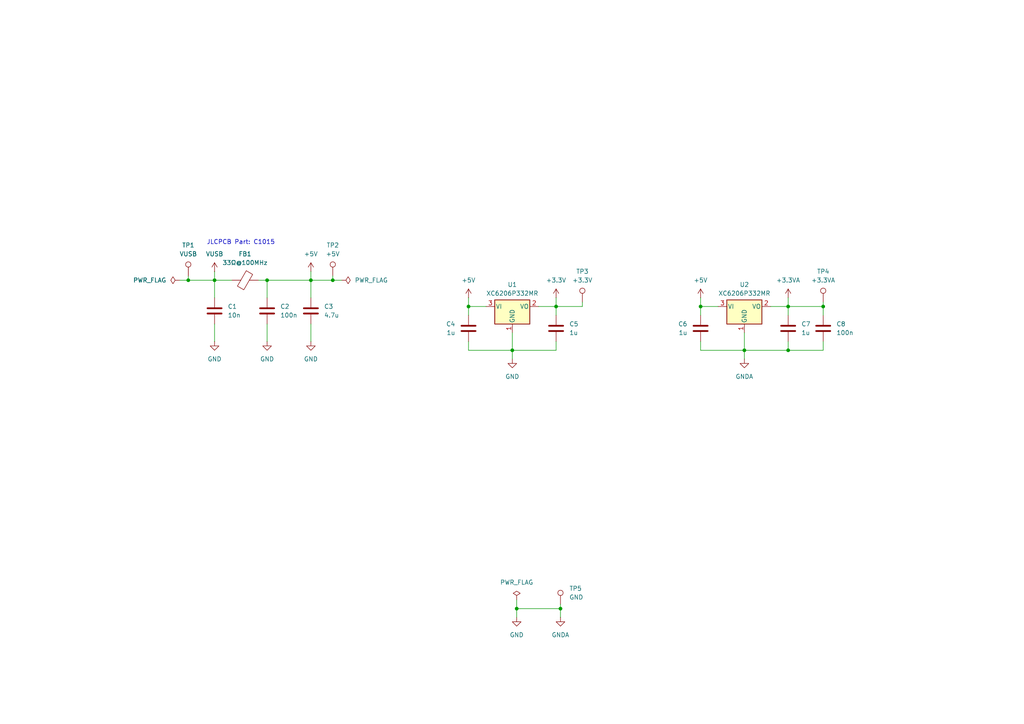
<source format=kicad_sch>
(kicad_sch (version 20250114) (generator "eeschema") (generator_version "9.0")
  (paper "A4")
  (title_block (title "Midi Expressor") (date "2025-12-26") (rev "0.1") (company "Amon Benson"))
  (lib_symbols
    (symbol "Connector:TestPoint" (pin_numbers (hide yes)) (pin_names (offset 0.762) (hide yes))
      (property "Reference" "TP" (at 0 6.858 0))
      (property "Value" "TestPoint" (at 0 5.08 0))
      (symbol "TestPoint_0_1"
        (circle (center 0 3.302) (radius 0.762))
      )
      (symbol "TestPoint_1_1"
        (pin passive line (at 0 0 90) (length 2.54) (name "1") (number "1"))
      )
    )
    (symbol "Device:C" (pin_numbers (hide yes)) (pin_names (offset 0.254))
      (property "Reference" "C" (at 0.635 2.54 0))
      (property "Value" "C" (at 0.635 -2.54 0))
      (symbol "C_0_1"
        (polyline (pts (xy -2.032 0.762) (xy 2.032 0.762)) (stroke (width 0.508)))
        (polyline (pts (xy -2.032 -0.762) (xy 2.032 -0.762)) (stroke (width 0.508)))
      )
      (symbol "C_1_1"
        (pin passive line (at 0 3.81 270) (length 2.794) (name "~") (number "1"))
        (pin passive line (at 0 -3.81 90) (length 2.794) (name "~") (number "2"))
      )
    )
    (symbol "Device:FerriteBead" (pin_numbers (hide yes)) (pin_names (offset 0))
      (property "Reference" "FB" (at -3.81 0.635 90))
      (property "Value" "FerriteBead" (at 3.81 0 90))
      (symbol "FerriteBead_0_1"
        (polyline (pts (xy -2.7686 0.4064) (xy -1.7018 2.2606) (xy 2.7686 -0.3048) (xy 1.6764 -2.159) (xy -2.7686 0.4064)))
        (polyline (pts (xy 0 1.27) (xy 0 1.2954)))
        (polyline (pts (xy 0 -1.27) (xy 0 -1.2192)))
      )
      (symbol "FerriteBead_1_1"
        (pin passive line (at 0 3.81 270) (length 2.54) (name "~") (number "1"))
        (pin passive line (at 0 -3.81 90) (length 2.54) (name "~") (number "2"))
      )
    )
    (symbol "Midi_Expressor:VUSB" (power) (pin_numbers (hide yes)) (pin_names (offset 0) (hide yes))
      (property "Value" "VUSB" (at 0 5.08 0))
      (symbol "VUSB_0_1"
        (polyline (pts (xy -0.762 1.27) (xy 0 2.54)))
        (polyline (pts (xy 0 2.54) (xy 0.762 1.27)))
        (polyline (pts (xy 0 0) (xy 0 2.54)))
      )
      (symbol "VUSB_1_1"
        (pin power_in line (at 0 0 90) (length 0) (name "~") (number "1"))
      )
    )
    (symbol "Regulator_Linear:XC6206PxxxMR" (pin_names (offset 0.254))
      (property "Reference" "U" (at -3.81 3.175 0))
      (property "Value" "XC6206PxxxMR" (at 0 3.175 0))
      (symbol "XC6206PxxxMR_0_1"
        (rectangle (start -5.08 1.905) (end 5.08 -5.08) (stroke (width 0.254)) (fill (type background)))
      )
      (symbol "XC6206PxxxMR_1_1"
        (pin power_in line (at -7.62 0 0) (length 2.54) (name "VI") (number "3"))
        (pin power_in line (at 0 -7.62 90) (length 2.54) (name "GND") (number "1"))
        (pin power_out line (at 7.62 0 180) (length 2.54) (name "VO") (number "2"))
      )
    )
    (symbol "power:+3.3V" (power) (pin_numbers (hide yes)) (pin_names (offset 0) (hide yes))
      (property "Value" "+3.3V" (at 0 3.556 0))
      (symbol "+3.3V_0_1"
        (polyline (pts (xy -0.762 1.27) (xy 0 2.54)))
        (polyline (pts (xy 0 2.54) (xy 0.762 1.27)))
        (polyline (pts (xy 0 0) (xy 0 2.54)))
      )
      (symbol "+3.3V_1_1"
        (pin power_in line (at 0 0 90) (length 0) (name "~") (number "1"))
      )
    )
    (symbol "power:+3.3VA" (power) (pin_numbers (hide yes)) (pin_names (offset 0) (hide yes))
      (property "Value" "+3.3VA" (at 0 3.556 0))
      (symbol "+3.3VA_0_1"
        (polyline (pts (xy -0.762 1.27) (xy 0 2.54)))
        (polyline (pts (xy 0 2.54) (xy 0.762 1.27)))
        (polyline (pts (xy 0 0) (xy 0 2.54)))
      )
      (symbol "+3.3VA_1_1"
        (pin power_in line (at 0 0 90) (length 0) (name "~") (number "1"))
      )
    )
    (symbol "power:+5V" (power) (pin_numbers (hide yes)) (pin_names (offset 0) (hide yes))
      (property "Value" "+5V" (at 0 3.556 0))
      (symbol "+5V_0_1"
        (polyline (pts (xy -0.762 1.27) (xy 0 2.54)))
        (polyline (pts (xy 0 2.54) (xy 0.762 1.27)))
        (polyline (pts (xy 0 0) (xy 0 2.54)))
      )
      (symbol "+5V_1_1"
        (pin power_in line (at 0 0 90) (length 0) (name "~") (number "1"))
      )
    )
    (symbol "power:GND" (power) (pin_numbers (hide yes)) (pin_names (offset 0) (hide yes))
      (property "Value" "GND" (at 0 -3.81 0))
      (symbol "GND_0_1"
        (polyline (pts (xy 0 0) (xy 0 -1.27) (xy 1.27 -1.27) (xy 0 -2.54) (xy -1.27 -1.27) (xy 0 -1.27)))
      )
      (symbol "GND_1_1"
        (pin power_in line (at 0 0 270) (length 0) (name "~") (number "1"))
      )
    )
    (symbol "power:GNDA" (power) (pin_numbers (hide yes)) (pin_names (offset 0) (hide yes))
      (property "Value" "GNDA" (at 0 -3.81 0))
      (symbol "GNDA_0_1"
        (polyline (pts (xy 0 0) (xy 0 -1.27) (xy 1.27 -1.27) (xy 0 -2.54) (xy -1.27 -1.27) (xy 0 -1.27)))
      )
      (symbol "GNDA_1_1"
        (pin power_in line (at 0 0 270) (length 0) (name "~") (number "1"))
      )
    )
    (symbol "power:PWR_FLAG" (power) (pin_numbers (hide yes)) (pin_names (offset 0) (hide yes))
      (property "Value" "PWR_FLAG" (at 0 3.81 0))
      (symbol "PWR_FLAG_0_0"
        (pin power_out line (at 0 0 90) (length 0) (name "~") (number "1"))
      )
      (symbol "PWR_FLAG_0_1"
        (polyline (pts (xy 0 0) (xy 0 1.27) (xy -1.016 1.905) (xy 0 2.54) (xy 1.016 1.905) (xy 0 1.27)))
      )
    )
  )
  (text "JLCPCB Part: C1015" (at 69.85 70.358 0) (effects (font (size 1.27 1.27))))
  (junction (at 215.9 101.6))
  (junction (at 54.61 81.28))
  (junction (at 161.29 88.9))
  (junction (at 62.23 81.28))
  (junction (at 90.17 81.28))
  (junction (at 77.47 81.28))
  (junction (at 149.86 176.53))
  (junction (at 203.2 88.9))
  (junction (at 96.52 81.28))
  (junction (at 238.76 88.9))
  (junction (at 148.59 101.6))
  (junction (at 228.6 101.6))
  (junction (at 228.6 88.9))
  (junction (at 135.89 88.9))
  (junction (at 162.56 176.53))
  (wire (pts (xy 238.76 91.44) (xy 238.76 88.9)))
  (wire (pts (xy 148.59 101.6) (xy 148.59 104.14)))
  (wire (pts (xy 228.6 99.06) (xy 228.6 101.6)))
  (wire (pts (xy 203.2 101.6) (xy 215.9 101.6)))
  (wire (pts (xy 228.6 86.36) (xy 228.6 88.9)))
  (wire (pts (xy 238.76 101.6) (xy 228.6 101.6)))
  (wire (pts (xy 203.2 99.06) (xy 203.2 101.6)))
  (wire (pts (xy 96.52 81.28) (xy 99.06 81.28)))
  (wire (pts (xy 62.23 81.28) (xy 67.31 81.28)))
  (wire (pts (xy 52.07 81.28) (xy 54.61 81.28)))
  (wire (pts (xy 90.17 93.98) (xy 90.17 99.06)))
  (wire (pts (xy 161.29 86.36) (xy 161.29 88.9)))
  (wire (pts (xy 135.89 91.44) (xy 135.89 88.9)))
  (wire (pts (xy 90.17 81.28) (xy 90.17 78.74)))
  (wire (pts (xy 203.2 91.44) (xy 203.2 88.9)))
  (wire (pts (xy 90.17 81.28) (xy 90.17 86.36)))
  (wire (pts (xy 135.89 99.06) (xy 135.89 101.6)))
  (wire (pts (xy 77.47 81.28) (xy 77.47 86.36)))
  (wire (pts (xy 149.86 173.99) (xy 149.86 176.53)))
  (wire (pts (xy 162.56 176.53) (xy 162.56 179.07)))
  (wire (pts (xy 74.93 81.28) (xy 77.47 81.28)))
  (wire (pts (xy 149.86 176.53) (xy 162.56 176.53)))
  (wire (pts (xy 238.76 87.63) (xy 238.76 88.9)))
  (wire (pts (xy 203.2 88.9) (xy 208.28 88.9)))
  (wire (pts (xy 156.21 88.9) (xy 161.29 88.9)))
  (wire (pts (xy 54.61 81.28) (xy 62.23 81.28)))
  (wire (pts (xy 77.47 81.28) (xy 90.17 81.28)))
  (wire (pts (xy 96.52 80.01) (xy 96.52 81.28)))
  (wire (pts (xy 90.17 81.28) (xy 96.52 81.28)))
  (wire (pts (xy 168.91 88.9) (xy 161.29 88.9)))
  (wire (pts (xy 54.61 80.01) (xy 54.61 81.28)))
  (wire (pts (xy 215.9 101.6) (xy 215.9 104.14)))
  (wire (pts (xy 228.6 101.6) (xy 215.9 101.6)))
  (wire (pts (xy 62.23 93.98) (xy 62.23 99.06)))
  (wire (pts (xy 215.9 96.52) (xy 215.9 101.6)))
  (wire (pts (xy 168.91 87.63) (xy 168.91 88.9)))
  (wire (pts (xy 203.2 86.36) (xy 203.2 88.9)))
  (wire (pts (xy 135.89 88.9) (xy 140.97 88.9)))
  (wire (pts (xy 77.47 93.98) (xy 77.47 99.06)))
  (wire (pts (xy 238.76 99.06) (xy 238.76 101.6)))
  (wire (pts (xy 161.29 101.6) (xy 148.59 101.6)))
  (wire (pts (xy 62.23 78.74) (xy 62.23 81.28)))
  (wire (pts (xy 161.29 99.06) (xy 161.29 101.6)))
  (wire (pts (xy 135.89 101.6) (xy 148.59 101.6)))
  (wire (pts (xy 228.6 88.9) (xy 228.6 91.44)))
  (wire (pts (xy 135.89 86.36) (xy 135.89 88.9)))
  (wire (pts (xy 149.86 176.53) (xy 149.86 179.07)))
  (wire (pts (xy 162.56 175.26) (xy 162.56 176.53)))
  (wire (pts (xy 223.52 88.9) (xy 228.6 88.9)))
  (wire (pts (xy 148.59 96.52) (xy 148.59 101.6)))
  (wire (pts (xy 161.29 88.9) (xy 161.29 91.44)))
  (wire (pts (xy 238.76 88.9) (xy 228.6 88.9)))
  (wire (pts (xy 62.23 81.28) (xy 62.23 86.36)))
  (symbol (lib_id "Connector:TestPoint") (at 54.61 80.01 0) (unit 1)
    (property "Reference" "TP1" (at 54.61 71.12 0))
    (property "Value" "VUSB" (at 54.61 73.66 0))
    (property "Footprint" "TestPoint:TestPoint_Pad_D2.0mm" (effects (hide yes)))
    (property "Description" "test point" (effects (hide yes)))
  )
  (symbol (lib_id "power:PWR_FLAG") (at 149.86 173.99 0) (mirror y) (unit 1)
    (property "Reference" "#FLG0101" (effects (hide yes)))
    (property "Value" "PWR_FLAG" (at 149.86 168.91 0))
    (property "Description" "Special symbol for telling ERC where power comes from" (effects (hide yes)))
  )
  (symbol (lib_id "power:GNDA") (at 215.9 104.14 0) (unit 1)
    (property "Reference" "#PWR0109" (effects (hide yes)))
    (property "Value" "GNDA" (at 215.9 109.22 0))
    (property "Description" "Power symbol creates a global label with name \"GNDA\" , analog ground" (effects (hide yes)))
  )
  (symbol (lib_id "Device:C") (at 203.2 95.25 0) (unit 1)
    (property "Reference" "C6" (at 199.39 93.9799 0) (effects (justify right)))
    (property "Value" "1u" (at 199.39 96.5199 0) (effects (justify right)))
    (property "Footprint" "Capacitor_SMD:C_0603_1608Metric" (effects (hide yes)))
    (property "Description" "Unpolarized capacitor" (effects (hide yes)))
    (property "LCSC" "C15849" (effects (hide yes)))
  )
  (symbol (lib_id "Device:C") (at 135.89 95.25 0) (unit 1)
    (property "Reference" "C4" (at 132.08 93.9799 0) (effects (justify right)))
    (property "Value" "1u" (at 132.08 96.5199 0) (effects (justify right)))
    (property "Footprint" "Capacitor_SMD:C_0603_1608Metric" (effects (hide yes)))
    (property "Description" "Unpolarized capacitor" (effects (hide yes)))
    (property "LCSC" "C15849" (effects (hide yes)))
  )
  (symbol (lib_id "Device:FerriteBead") (at 71.12 81.28 90) (unit 1)
    (property "Reference" "FB1" (at 71.0692 73.66 90))
    (property "Value" "33Ω@100MHz" (at 71.0692 76.2 90))
    (property "Footprint" "Inductor_SMD:L_0805_2012Metric" (effects (hide yes)))
    (property "Description" "Ferrite bead" (effects (hide yes)))
    (property "LCSC" "C1015" (effects (hide yes)))
  )
  (symbol (lib_id "Device:C") (at 238.76 95.25 0) (mirror y) (unit 1)
    (property "Reference" "C8" (at 242.57 93.9799 0) (effects (justify right)))
    (property "Value" "100n" (at 242.57 96.5199 0) (effects (justify right)))
    (property "Footprint" "Capacitor_SMD:C_0603_1608Metric" (effects (hide yes)))
    (property "Description" "Unpolarized capacitor" (effects (hide yes)))
    (property "LCSC" "C14663" (effects (hide yes)))
  )
  (symbol (lib_id "power:+5V") (at 135.89 86.36 0) (unit 1)
    (property "Reference" "#PWR0113" (effects (hide yes)))
    (property "Value" "+5V" (at 135.89 81.28 0))
    (property "Description" "Power symbol creates a global label with name \"+5V\"" (effects (hide yes)))
  )
  (symbol (lib_id "power:GND") (at 148.59 104.14 0) (unit 1)
    (property "Reference" "#PWR0111" (effects (hide yes)))
    (property "Value" "GND" (at 148.59 109.22 0))
    (property "Description" "Power symbol creates a global label with name \"GND\" , ground" (effects (hide yes)))
  )
  (symbol (lib_id "Connector:TestPoint") (at 96.52 80.01 0) (unit 1)
    (property "Reference" "TP2" (at 96.52 71.12 0))
    (property "Value" "+5V" (at 96.52 73.66 0))
    (property "Footprint" "TestPoint:TestPoint_Pad_D2.0mm" (effects (hide yes)))
    (property "Description" "test point" (effects (hide yes)))
  )
  (symbol (lib_id "power:+5V") (at 90.17 78.74 0) (unit 1)
    (property "Reference" "#PWR0104" (effects (hide yes)))
    (property "Value" "+5V" (at 90.17 73.66 0))
    (property "Description" "Power symbol creates a global label with name \"+5V\"" (effects (hide yes)))
  )
  (symbol (lib_id "Midi_Expressor:VUSB") (at 62.23 78.74 0) (unit 1)
    (property "Reference" "#PWR0107" (effects (hide yes)))
    (property "Value" "VUSB" (at 62.23 73.66 0))
    (property "Description" "Power symbol creates a global label with name \"+5V\"" (effects (hide yes)))
  )
  (symbol (lib_id "power:+5V") (at 203.2 86.36 0) (unit 1)
    (property "Reference" "#PWR0108" (effects (hide yes)))
    (property "Value" "+5V" (at 203.2 81.28 0))
    (property "Description" "Power symbol creates a global label with name \"+5V\"" (effects (hide yes)))
  )
  (symbol (lib_id "Regulator_Linear:XC6206PxxxMR") (at 215.9 88.9 0) (unit 1)
    (property "Reference" "U2" (at 215.9 82.55 0))
    (property "Value" "XC6206P332MR" (at 215.9 85.09 0))
    (property "Footprint" "Package_TO_SOT_SMD:SOT-23-3" (effects (hide yes)))
    (property "Datasheet" "https://www.torexsemi.com/file/xc6206/XC6206.pdf" (effects (hide yes)))
    (property "Description" "Positive 60-250mA Low Dropout Regulator, Fixed Output, SOT-23" (effects (hide yes)))
    (property "LCSC" "C5446" (effects (hide yes)))
  )
  (symbol (lib_id "Device:C") (at 62.23 90.17 0) (mirror y) (unit 1)
    (property "Reference" "C1" (at 66.04 88.8999 0) (effects (justify right)))
    (property "Value" "10n" (at 66.04 91.4399 0) (effects (justify right)))
    (property "Footprint" "Capacitor_SMD:C_0603_1608Metric" (effects (hide yes)))
    (property "Description" "Unpolarized capacitor" (effects (hide yes)))
    (property "LCSC" "C57112" (effects (hide yes)))
  )
  (symbol (lib_id "Device:C") (at 90.17 90.17 0) (mirror y) (unit 1)
    (property "Reference" "C3" (at 93.98 88.8999 0) (effects (justify right)))
    (property "Value" "4.7u" (at 93.98 91.4399 0) (effects (justify right)))
    (property "Footprint" "Capacitor_SMD:C_0603_1608Metric" (effects (hide yes)))
    (property "Description" "Unpolarized capacitor" (effects (hide yes)))
    (property "LCSC" "C19666" (effects (hide yes)))
  )
  (symbol (lib_id "power:GND") (at 62.23 99.06 0) (unit 1)
    (property "Reference" "#PWR0105" (effects (hide yes)))
    (property "Value" "GND" (at 62.23 104.14 0))
    (property "Description" "Power symbol creates a global label with name \"GND\" , ground" (effects (hide yes)))
  )
  (symbol (lib_id "Connector:TestPoint") (at 162.56 175.26 0) (unit 1)
    (property "Reference" "TP5" (at 165.1 170.6879 0) (effects (justify left)))
    (property "Value" "GND" (at 165.1 173.2279 0) (effects (justify left)))
    (property "Footprint" "TestPoint:TestPoint_Pad_D2.0mm" (effects (hide yes)))
    (property "Description" "test point" (effects (hide yes)))
  )
  (symbol (lib_id "power:+3.3VA") (at 228.6 86.36 0) (unit 1)
    (property "Reference" "#PWR0110" (effects (hide yes)))
    (property "Value" "+3.3VA" (at 228.6 81.28 0))
    (property "Description" "Power symbol creates a global label with name \"+3.3VA\"" (effects (hide yes)))
  )
  (symbol (lib_id "Device:C") (at 228.6 95.25 0) (mirror y) (unit 1)
    (property "Reference" "C7" (at 232.41 93.9799 0) (effects (justify right)))
    (property "Value" "1u" (at 232.41 96.5199 0) (effects (justify right)))
    (property "Footprint" "Capacitor_SMD:C_0603_1608Metric" (effects (hide yes)))
    (property "Description" "Unpolarized capacitor" (effects (hide yes)))
    (property "LCSC" "C15849" (effects (hide yes)))
  )
  (symbol (lib_id "power:+3.3V") (at 161.29 86.36 0) (unit 1)
    (property "Reference" "#PWR0112" (effects (hide yes)))
    (property "Value" "+3.3V" (at 161.29 81.28 0))
    (property "Description" "Power symbol creates a global label with name \"+3.3V\"" (effects (hide yes)))
  )
  (symbol (lib_id "Device:C") (at 77.47 90.17 0) (mirror y) (unit 1)
    (property "Reference" "C2" (at 81.28 88.8999 0) (effects (justify right)))
    (property "Value" "100n" (at 81.28 91.4399 0) (effects (justify right)))
    (property "Footprint" "Capacitor_SMD:C_0603_1608Metric" (effects (hide yes)))
    (property "Description" "Unpolarized capacitor" (effects (hide yes)))
    (property "LCSC" "C14663" (effects (hide yes)))
  )
  (symbol (lib_id "power:GND") (at 149.86 179.07 0) (unit 1)
    (property "Reference" "#PWR0101" (effects (hide yes)))
    (property "Value" "GND" (at 149.86 184.15 0))
    (property "Description" "Power symbol creates a global label with name \"GND\" , ground" (effects (hide yes)))
  )
  (symbol (lib_id "power:GND") (at 77.47 99.06 0) (unit 1)
    (property "Reference" "#PWR0106" (effects (hide yes)))
    (property "Value" "GND" (at 77.47 104.14 0))
    (property "Description" "Power symbol creates a global label with name \"GND\" , ground" (effects (hide yes)))
  )
  (symbol (lib_id "Regulator_Linear:XC6206PxxxMR") (at 148.59 88.9 0) (unit 1)
    (property "Reference" "U1" (at 148.59 82.55 0))
    (property "Value" "XC6206P332MR" (at 148.59 85.09 0))
    (property "Footprint" "Package_TO_SOT_SMD:SOT-23-3" (effects (hide yes)))
    (property "Datasheet" "https://www.torexsemi.com/file/xc6206/XC6206.pdf" (effects (hide yes)))
    (property "Description" "Positive 60-250mA Low Dropout Regulator, Fixed Output, SOT-23" (effects (hide yes)))
    (property "LCSC" "C5446" (effects (hide yes)))
  )
  (symbol (lib_id "Device:C") (at 161.29 95.25 0) (mirror y) (unit 1)
    (property "Reference" "C5" (at 165.1 93.9799 0) (effects (justify right)))
    (property "Value" "1u" (at 165.1 96.5199 0) (effects (justify right)))
    (property "Footprint" "Capacitor_SMD:C_0603_1608Metric" (effects (hide yes)))
    (property "Description" "Unpolarized capacitor" (effects (hide yes)))
    (property "LCSC" "C15849" (effects (hide yes)))
  )
  (symbol (lib_id "Connector:TestPoint") (at 168.91 87.63 0) (unit 1)
    (property "Reference" "TP3" (at 168.91 78.74 0))
    (property "Value" "+3.3V" (at 168.91 81.28 0))
    (property "Footprint" "TestPoint:TestPoint_Pad_D2.0mm" (effects (hide yes)))
    (property "Description" "test point" (effects (hide yes)))
  )
  (symbol (lib_id "power:PWR_FLAG") (at 99.06 81.28 270) (mirror x) (unit 1)
    (property "Reference" "#FLG0102" (effects (hide yes)))
    (property "Value" "PWR_FLAG" (at 102.87 81.2799 90) (effects (justify left)))
    (property "Description" "Special symbol for telling ERC where power comes from" (effects (hide yes)))
  )
  (symbol (lib_id "power:GND") (at 90.17 99.06 0) (unit 1)
    (property "Reference" "#PWR0103" (effects (hide yes)))
    (property "Value" "GND" (at 90.17 104.14 0))
    (property "Description" "Power symbol creates a global label with name \"GND\" , ground" (effects (hide yes)))
  )
  (symbol (lib_id "power:GNDA") (at 162.56 179.07 0) (unit 1)
    (property "Reference" "#PWR0102" (effects (hide yes)))
    (property "Value" "GNDA" (at 162.56 184.15 0))
    (property "Description" "Power symbol creates a global label with name \"GNDA\" , analog ground" (effects (hide yes)))
  )
  (symbol (lib_id "Connector:TestPoint") (at 238.76 87.63 0) (unit 1)
    (property "Reference" "TP4" (at 238.76 78.74 0))
    (property "Value" "+3.3VA" (at 238.76 81.28 0))
    (property "Footprint" "TestPoint:TestPoint_Pad_D2.0mm" (effects (hide yes)))
    (property "Description" "test point" (effects (hide yes)))
  )
  (symbol (lib_id "power:PWR_FLAG") (at 52.07 81.28 90) (unit 1)
    (property "Reference" "#FLG0103" (effects (hide yes)))
    (property "Value" "PWR_FLAG" (at 48.26 81.2799 90) (effects (justify left)))
    (property "Description" "Special symbol for telling ERC where power comes from" (effects (hide yes)))
  )
)
</source>
